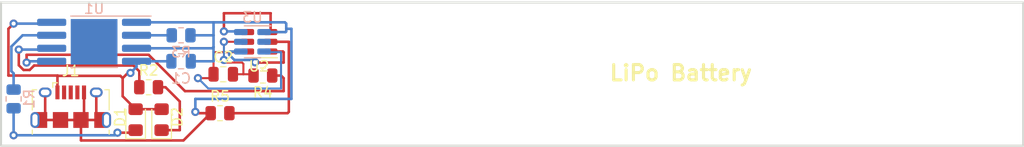
<source format=kicad_pcb>
(kicad_pcb (version 20211014) (generator pcbnew)
  (layers (0 "F.Cu" signal) (31 "B.Cu" signal) (34 "B.Paste" user) (35 "F.Paste" user) (36 "B.SilkS" user "B.Silkscreen") (37 "F.SilkS" user "F.Silkscreen") (38 "B.Mask" user) (39 "F.Mask" user) (44 "Edge.Cuts" user))
  (net 0 "")
  (net 1 "VBUS")
  (net 2 "GNDREF")
  (net 3 "BAT-")
  (net 4 "BAT+")
  (net 5 "Net-(D1-Pad1)")
  (net 6 "Net-(D2-Pad1)")
  (net 10 "Net-(R1-Pad1)")
  (net 11 "Net-(R2-Pad1)")
  (net 12 "Net-(R3-Pad1)")
  (net 13 "Net-(R4-Pad1)")
  (net 14 "Net-(R5-Pad2)")
  (net 15 "Net-(U3-Pad4)")
  (net 16 "Net-(U2-Pad3)")
  (footprint "Connector_USB:USB_Micro-B_Amphenol_10118194_Horizontal" (layer "F.Cu") (at 93.98 62.23)
    (fp_text reference "J1" (at 0 -3.5) (layer "F.SilkS"))
    (fp_text value "USB_B_Micro")
    (fp_line (start -3.76 0.32) (end -3.76 -1.66) (layer "F.SilkS") (width 0.12))
    (fp_line (start 3.76 0.32) (end 3.76 -1.66) (layer "F.SilkS") (width 0.12))
    (fp_line (start 3.76 -1.66) (end 3.34 -1.66) (layer "F.SilkS") (width 0.12))
    (fp_line (start -3.76 -1.66) (end -3.34 -1.66) (layer "F.SilkS") (width 0.12))
    (fp_line (start -3.76 2.69) (end -3.76 2.29) (layer "F.SilkS") (width 0.12))
    (fp_line (start -1.31 -2.34) (end -1.76 -2.34) (layer "F.SilkS") (width 0.12))
    (fp_line (start 3.76 2.29) (end 3.76 2.69) (layer "F.SilkS") (width 0.12))
    (fp_line (start -1.76 -1.89) (end -1.76 -2.34) (layer "F.SilkS") (width 0.12))
    (pad "1" smd rect locked (at -1.3 -1.4) (size 0.4 1.35) (layers "F.Cu" "F.Paste" "F.Mask") (net 1 "VBUS"))
    (pad "2" smd rect locked (at -0.65 -1.4) (size 0.4 1.35) (layers "F.Cu" "F.Paste" "F.Mask"))
    (pad "3" smd rect locked (at 0 -1.4) (size 0.4 1.35) (layers "F.Cu" "F.Paste" "F.Mask"))
    (pad "4" smd rect locked (at 0.65 -1.4) (size 0.4 1.35) (layers "F.Cu" "F.Paste" "F.Mask"))
    (pad "5" smd rect locked (at 1.3 -1.4) (size 0.4 1.35) (layers "F.Cu" "F.Paste" "F.Mask") (net 2 "GNDREF"))
    (pad "6" smd rect locked (at -1 1.3) (size 1.5 1.55) (layers "F.Cu" "F.Paste" "F.Mask") (net 2 "GNDREF"))
    (pad "6" smd rect locked (at 2.9 1.3) (size 1.2 1.55) (layers "F.Cu" "F.Paste" "F.Mask") (net 2 "GNDREF"))
    (pad "6" thru_hole oval locked (at -2.5 -1.4) (size 1.25 0.95) (drill oval 0.85 0.55) (layers *.Cu *.Mask) (net 2 "GNDREF"))
    (pad "6" smd rect locked (at -2.9 1.3) (size 1.2 1.55) (layers "F.Cu" "F.Paste" "F.Mask") (net 2 "GNDREF"))
    (pad "6" thru_hole oval locked (at 2.5 -1.4) (size 1.25 0.95) (drill oval 0.85 0.55) (layers *.Cu *.Mask) (net 2 "GNDREF"))
    (pad "6" smd rect locked (at 1 1.3) (size 1.5 1.55) (layers "F.Cu" "F.Paste" "F.Mask") (net 2 "GNDREF"))
    (pad "6" thru_hole oval locked (at -3.5 1.3) (size 0.89 1.55) (drill oval 0.5 1.15) (layers *.Cu *.Mask) (net 2 "GNDREF"))
    (pad "6" thru_hole oval locked (at 3.5 1.3) (size 0.89 1.55) (drill oval 0.5 1.15) (layers *.Cu *.Mask) (net 2 "GNDREF"))
  )
  (footprint "LED_SMD:LED_0805_2012Metric_Pad1.15x1.40mm_HandSolder" (layer "F.Cu") (at 102.87 63.5 90)
    (fp_text reference "D2" (at 0.254 1.524 90) (layer "F.SilkS"))
    (fp_text value "Green")
    (fp_line (start -1.86 0.96) (end 1 0.96) (layer "F.SilkS") (width 0.12))
    (fp_line (start 1 -0.96) (end -1.86 -0.96) (layer "F.SilkS") (width 0.12))
    (fp_line (start -1.86 -0.96) (end -1.86 0.96) (layer "F.SilkS") (width 0.12))
    (pad "1" smd roundrect locked (at -1.025 0 90) (size 1.15 1.4) (layers "F.Cu" "F.Paste" "F.Mask") (roundrect_rratio 0.217391) (net 6 "Net-(D2-Pad1)"))
    (pad "2" smd roundrect locked (at 1.025 0 90) (size 1.15 1.4) (layers "F.Cu" "F.Paste" "F.Mask") (roundrect_rratio 0.217391) (net 1 "VBUS"))
  )
  (footprint "Resistor_SMD:R_0805_2012Metric" (layer "F.Cu") (at 101.6 60.325)
    (fp_text reference "R2" (at 0 -1.65) (layer "F.SilkS"))
    (fp_text value "1k")
    (fp_line (start -0.227064 0.735) (end 0.227064 0.735) (layer "F.SilkS") (width 0.12))
    (fp_line (start -0.227064 -0.735) (end 0.227064 -0.735) (layer "F.SilkS") (width 0.12))
    (pad "1" smd roundrect locked (at -0.9125 0) (size 1.025 1.4) (layers "F.Cu" "F.Paste" "F.Mask") (roundrect_rratio 0.243902) (net 11 "Net-(R2-Pad1)"))
    (pad "2" smd roundrect locked (at 0.9125 0) (size 1.025 1.4) (layers "F.Cu" "F.Paste" "F.Mask") (roundrect_rratio 0.243902) (net 6 "Net-(D2-Pad1)"))
  )
  (footprint "Capacitor_SMD:C_0805_2012Metric" (layer "F.Cu") (at 108.9 59.055)
    (property "Reference" "C?")
    (property "Value" "C")
    (fp_text reference "C2" (at 0 -1.68) (layer "F.SilkS"))
    (fp_text value "0.1µ")
    (fp_line (start -0.261252 0.735) (end 0.261252 0.735) (layer "F.SilkS") (width 0.12))
    (fp_line (start -0.261252 -0.735) (end 0.261252 -0.735) (layer "F.SilkS") (width 0.12))
    (pad "1" smd roundrect locked (at -0.95 0) (size 1 1.45) (layers "F.Cu" "F.Paste" "F.Mask") (net 3 "BAT-"))
    (pad "2" smd roundrect locked (at 0.95 0) (size 1 1.45) (layers "F.Cu" "F.Paste" "F.Mask") (net 4 "BAT+"))
  )
  (footprint "LED_SMD:LED_0805_2012Metric_Pad1.15x1.40mm_HandSolder" (layer "F.Cu") (at 100.33 63.5 90)
    (property "Reference" "D?")
    (property "Value" "Red")
    (fp_text reference "D1" (at 0.254 -1.524 90) (layer "F.SilkS"))
    (fp_text value "Red")
    (fp_line (start -1.86 -0.96) (end -1.86 0.96) (layer "F.SilkS") (width 0.12))
    (fp_line (start 1 -0.96) (end -1.86 -0.96) (layer "F.SilkS") (width 0.12))
    (fp_line (start -1.86 0.96) (end 1 0.96) (layer "F.SilkS") (width 0.12))
    (pad "1" smd roundrect locked (at -1.025 0 90) (size 1.15 1.4) (layers "F.Cu" "F.Paste" "F.Mask") (roundrect_rratio 0.217391) (net 5 "Net-(D1-Pad1)"))
    (pad "2" smd roundrect locked (at 1.025 0 90) (size 1.15 1.4) (layers "F.Cu" "F.Paste" "F.Mask") (roundrect_rratio 0.217391) (net 1 "VBUS"))
  )
  (footprint "Resistor_SMD:R_0805_2012Metric" (layer "F.Cu") (at 108.585 62.865)
    (fp_text reference "R5" (at 0 -1.65) (layer "F.SilkS"))
    (fp_text value "2k")
    (fp_line (start -0.227064 -0.735) (end 0.227064 -0.735) (layer "F.SilkS") (width 0.12))
    (fp_line (start -0.227064 0.735) (end 0.227064 0.735) (layer "F.SilkS") (width 0.12))
    (pad "1" smd roundrect locked (at -0.9125 0) (size 1.025 1.4) (layers "F.Cu" "F.Paste" "F.Mask") (roundrect_rratio 0.243902) (net 2 "GNDREF"))
    (pad "2" smd roundrect locked (at 0.9125 0) (size 1.025 1.4) (layers "F.Cu" "F.Paste" "F.Mask") (roundrect_rratio 0.243902) (net 14 "Net-(R5-Pad2)"))
  )
  (footprint "Package_TO_SOT_SMD:SOT-23-6" (layer "F.Cu") (at 112.395 55.88 180)
    (property "Reference" "U?")
    (property "Value" "FS312F-G")
    (fp_text reference "U2" (at 0 -2.4) (layer "F.SilkS"))
    (fp_text value "FS312F-G")
    (fp_line (start 0 -1.56) (end -1.8 -1.56) (layer "F.SilkS") (width 0.12))
    (fp_line (start 0 1.56) (end -0.8 1.56) (layer "F.SilkS") (width 0.12))
    (fp_line (start 0 -1.56) (end 0.8 -1.56) (layer "F.SilkS") (width 0.12))
    (fp_line (start 0 1.56) (end 0.8 1.56) (layer "F.SilkS") (width 0.12))
    (pad "1" smd roundrect locked (at -1.1375 -0.95 180) (size 1.325 0.6) (layers "F.Cu" "F.Paste" "F.Mask") (net 15 "Net-(U3-Pad4)"))
    (pad "2" smd roundrect locked (at -1.1375 0 180) (size 1.325 0.6) (layers "F.Cu" "F.Paste" "F.Mask") (net 14 "Net-(R5-Pad2)"))
    (pad "3" smd roundrect locked (at -1.1375 0.95 180) (size 1.325 0.6) (layers "F.Cu" "F.Paste" "F.Mask") (net 16 "Net-(U2-Pad3)"))
    (pad "4" smd roundrect locked (at 1.1375 0.95 180) (size 1.325 0.6) (layers "F.Cu" "F.Paste" "F.Mask"))
    (pad "5" smd roundrect locked (at 1.1375 0 180) (size 1.325 0.6) (layers "F.Cu" "F.Paste" "F.Mask") (net 4 "BAT+"))
    (pad "6" smd roundrect locked (at 1.1375 -0.95 180) (size 1.325 0.6) (layers "F.Cu" "F.Paste" "F.Mask") (net 3 "BAT-"))
  )
  (footprint "Resistor_SMD:R_0805_2012Metric" (layer "F.Cu") (at 112.776 59.182 180)
    (fp_text reference "R4" (at 0 -1.65) (layer "F.SilkS"))
    (fp_text value "100")
    (fp_line (start -0.227064 -0.735) (end 0.227064 -0.735) (layer "F.SilkS") (width 0.12))
    (fp_line (start -0.227064 0.735) (end 0.227064 0.735) (layer "F.SilkS") (width 0.12))
    (pad "1" smd roundrect locked (at -0.9125 0 180) (size 1.025 1.4) (layers "F.Cu" "F.Paste" "F.Mask") (roundrect_rratio 0.243902) (net 13 "Net-(R4-Pad1)"))
    (pad "2" smd roundrect locked (at 0.9125 0 180) (size 1.025 1.4) (layers "F.Cu" "F.Paste" "F.Mask") (roundrect_rratio 0.243902) (net 4 "BAT+"))
  )
  (footprint "Resistor_SMD:R_0805_2012Metric" (layer "B.Cu") (at 104.775 55.245)
    (fp_text reference "R3" (at 0 1.65) (layer "B.SilkS") (effects (justify mirror)))
    (fp_text value "2k4")
    (fp_line (start -0.227064 -0.735) (end 0.227064 -0.735) (layer "B.SilkS") (width 0.12))
    (fp_line (start -0.227064 0.735) (end 0.227064 0.735) (layer "B.SilkS") (width 0.12))
    (pad "1" smd roundrect locked (at -0.9125 0) (size 1.025 1.4) (layers "B.Cu" "B.Paste" "B.Mask") (roundrect_rratio 0.243902) (net 12 "Net-(R3-Pad1)"))
    (pad "2" smd roundrect locked (at 0.9125 0) (size 1.025 1.4) (layers "B.Cu" "B.Paste" "B.Mask") (roundrect_rratio 0.243902) (net 2 "GNDREF"))
  )
  (footprint "Package_TO_SOT_SMD:SOT-23-6" (layer "B.Cu") (at 111.76 55.88 180)
    (property "Reference" "U?")
    (property "Value" "FS8205")
    (fp_text reference "U3" (at 0 2.4) (layer "B.SilkS") (effects (justify mirror)))
    (fp_text value "FS8205")
    (fp_line (start 0 -1.56) (end 0.8 -1.56) (layer "B.SilkS") (width 0.12))
    (fp_line (start 0 1.56) (end 0.8 1.56) (layer "B.SilkS") (width 0.12))
    (fp_line (start 0 1.56) (end -1.8 1.56) (layer "B.SilkS") (width 0.12))
    (fp_line (start 0 -1.56) (end -0.8 -1.56) (layer "B.SilkS") (width 0.12))
    (pad "1" smd roundrect locked (at -1.1375 0.95 180) (size 1.325 0.6) (layers "B.Cu" "B.Paste" "B.Mask") (net 2 "GNDREF"))
    (pad "2" smd roundrect locked (at -1.1375 0 180) (size 1.325 0.6) (layers "B.Cu" "B.Paste" "B.Mask"))
    (pad "3" smd roundrect locked (at -1.1375 -0.95 180) (size 1.325 0.6) (layers "B.Cu" "B.Paste" "B.Mask") (net 3 "BAT-"))
    (pad "4" smd roundrect locked (at 1.1375 -0.95 180) (size 1.325 0.6) (layers "B.Cu" "B.Paste" "B.Mask") (net 15 "Net-(U3-Pad4)"))
    (pad "5" smd roundrect locked (at 1.1375 0 180) (size 1.325 0.6) (layers "B.Cu" "B.Paste" "B.Mask"))
    (pad "6" smd roundrect locked (at 1.1375 0.95 180) (size 1.325 0.6) (layers "B.Cu" "B.Paste" "B.Mask") (net 16 "Net-(U2-Pad3)"))
  )
  (footprint "Capacitor_SMD:C_0805_2012Metric" (layer "B.Cu") (at 104.775 57.785)
    (property "Reference" "C?")
    (property "Value" "10µ")
    (fp_text reference "C1" (at 0 1.68) (layer "B.SilkS") (effects (justify mirror)))
    (fp_text value "10µ")
    (fp_line (start -0.261252 0.735) (end 0.261252 0.735) (layer "B.SilkS") (width 0.12))
    (fp_line (start -0.261252 -0.735) (end 0.261252 -0.735) (layer "B.SilkS") (width 0.12))
    (pad "1" smd roundrect locked (at -0.95 0) (size 1 1.45) (layers "B.Cu" "B.Paste" "B.Mask") (net 1 "VBUS"))
    (pad "2" smd roundrect locked (at 0.95 0) (size 1 1.45) (layers "B.Cu" "B.Paste" "B.Mask") (net 2 "GNDREF"))
  )
  (footprint "Package_SO:SOP-8-1EP_4.57x4.57mm_P1.27mm_EP4.57x4.45mm" (layer "B.Cu") (at 96.266 55.88 180)
    (property "Reference" "U?")
    (property "Value" "TP4056")
    (fp_text reference "U1" (at 0 3.24) (layer "B.SilkS") (effects (justify mirror)))
    (fp_text value "TP4056")
    (fp_line (start 0 -2.515) (end 2.285 -2.515) (layer "B.SilkS") (width 0.12))
    (fp_line (start 0 2.515) (end -5.575 2.515) (layer "B.SilkS") (width 0.12))
    (fp_line (start 0 2.515) (end 2.285 2.515) (layer "B.SilkS") (width 0.12))
    (fp_line (start 0 -2.515) (end -2.285 -2.515) (layer "B.SilkS") (width 0.12))
    (pad "1" smd roundrect locked (at -4.15 1.905 180) (size 2.85 0.7) (layers "B.Cu" "B.Paste" "B.Mask") (net 2 "GNDREF"))
    (pad "2" smd roundrect locked (at -4.15 0.635 180) (size 2.85 0.7) (layers "B.Cu" "B.Paste" "B.Mask") (net 12 "Net-(R3-Pad1)"))
    (pad "3" smd roundrect locked (at -4.15 -0.635 180) (size 2.85 0.7) (layers "B.Cu" "B.Paste" "B.Mask") (net 2 "GNDREF"))
    (pad "4" smd roundrect locked (at -4.15 -1.905 180) (size 2.85 0.7) (layers "B.Cu" "B.Paste" "B.Mask") (net 1 "VBUS"))
    (pad "5" smd roundrect locked (at 4.15 -1.905 180) (size 2.85 0.7) (layers "B.Cu" "B.Paste" "B.Mask") (net 13 "Net-(R4-Pad1)"))
    (pad "6" smd roundrect locked (at 4.15 -0.635 180) (size 2.85 0.7) (layers "B.Cu" "B.Paste" "B.Mask") (net 11 "Net-(R2-Pad1)"))
    (pad "7" smd roundrect locked (at 4.15 0.635 180) (size 2.85 0.7) (layers "B.Cu" "B.Paste" "B.Mask") (net 10 "Net-(R1-Pad1)"))
    (pad "8" smd roundrect locked (at 4.15 1.905 180) (size 2.85 0.7) (layers "B.Cu" "B.Paste" "B.Mask") (net 1 "VBUS"))
    (pad "9" smd rect locked (at 0 0 180) (size 4.57 4.45) (layers "B.Cu" "B.Mask"))
  )
  (footprint "Resistor_SMD:R_0805_2012Metric" (layer "B.Cu") (at 88.392 61.468 -90)
    (property "Reference" "R?")
    (property "Value" "1k")
    (fp_text reference "R1" (at 0 -1.524 90) (layer "B.SilkS") (effects (justify mirror)))
    (fp_text value "1k")
    (fp_line (start -0.227064 -0.735) (end 0.227064 -0.735) (layer "B.SilkS") (width 0.12))
    (fp_line (start -0.227064 0.735) (end 0.227064 0.735) (layer "B.SilkS") (width 0.12))
    (pad "1" smd roundrect locked (at -0.9125 0 270) (size 1.025 1.4) (layers "B.Cu" "B.Paste" "B.Mask") (roundrect_rratio 0.243902) (net 10 "Net-(R1-Pad1)"))
    (pad "2" smd roundrect locked (at 0.9125 0 270) (size 1.025 1.4) (layers "B.Cu" "B.Paste" "B.Mask") (roundrect_rratio 0.243902) (net 5 "Net-(D1-Pad1)"))
  )
  (gr_rect (start 87.159998 52.040003) (end 187.160002 66.04) (layer "Edge.Cuts") (width 0.2) (fill none))
  (gr_text "LiPo Battery" (at 153.67 58.928) (layer "F.SilkS") (effects (font (size 1.5 1.5) (thickness 0.3))))
  (segment (start 99.06 59.436) (end 99.568 58.928) (width 0.25) (layer "F.Cu") (net 1))
  (segment (start 99.06 59.436) (end 98.836 59.212) (width 0.25) (layer "F.Cu") (net 1))
  (segment (start 100.33 62.475) (end 99.06 61.205) (width 0.25) (layer "F.Cu") (net 1))
  (segment (start 99.06 61.205) (end 99.06 59.436) (width 0.25) (layer "F.Cu") (net 1))
  (segment (start 100.33 62.475) (end 102.87 62.475) (width 0.25) (layer "F.Cu") (net 1))
  (segment (start 92.68 60.83) (end 92.68 59.212) (width 0.25) (layer "F.Cu") (net 1))
  (segment (start 87.884 54.61) (end 88.392 54.102) (width 0.25) (layer "F.Cu") (net 1))
  (segment (start 92.68 59.212) (end 92.71 59.182) (width 0.25) (layer "F.Cu") (net 1))
  (segment (start 99.568 58.928) (end 99.822 58.928) (width 0.25) (layer "F.Cu") (net 1))
  (segment (start 92.71 59.182) (end 87.884 59.182) (width 0.25) (layer "F.Cu") (net 1))
  (segment (start 98.836 59.212) (end 92.68 59.212) (width 0.25) (layer "F.Cu") (net 1))
  (segment (start 87.884 59.182) (end 87.884 54.61) (width 0.25) (layer "F.Cu") (net 1))
  (via (at 88.392 54.102) (size 0.8) (drill 0.4) (layers "F.Cu" "B.Cu") (net 1))
  (via (at 99.822 58.928) (size 0.8) (drill 0.4) (layers "F.Cu" "B.Cu") (net 1))
  (segment (start 88.392 54.102) (end 91.989 54.102) (width 0.25) (layer "B.Cu") (net 1))
  (segment (start 100.416 57.785) (end 103.825 57.785) (width 0.25) (layer "B.Cu") (net 1))
  (segment (start 91.989 54.102) (end 92.116 53.975) (width 0.25) (layer "B.Cu") (net 1))
  (segment (start 100.416 58.334) (end 99.822 58.928) (width 0.25) (layer "B.Cu") (net 1))
  (segment (start 100.416 57.785) (end 100.416 58.334) (width 0.25) (layer "B.Cu") (net 1))
  (segment (start 91.08 63.53) (end 96.88 63.53) (width 0.25) (layer "F.Cu") (net 2))
  (segment (start 91.48 63.13) (end 91.08 63.53) (width 0.25) (layer "F.Cu") (net 2))
  (segment (start 107.6725 62.865) (end 106.299 62.865) (width 0.25) (layer "F.Cu") (net 2))
  (segment (start 95.28 63.23) (end 94.98 63.53) (width 0.25) (layer "F.Cu") (net 2))
  (segment (start 106.299 62.865) (end 106.172 62.738) (width 0.25) (layer "F.Cu") (net 2))
  (segment (start 96.48 63.13) (end 96.88 63.53) (width 0.25) (layer "F.Cu") (net 2))
  (segment (start 91.48 60.83) (end 91.48 63.13) (width 0.25) (layer "F.Cu") (net 2))
  (segment (start 94.98 65.516) (end 94.98 63.53) (width 0.25) (layer "F.Cu") (net 2))
  (segment (start 94.996 65.532) (end 94.98 65.516) (width 0.25) (layer "F.Cu") (net 2))
  (segment (start 96.48 60.83) (end 96.48 63.13) (width 0.25) (layer "F.Cu") (net 2))
  (segment (start 107.6725 62.865) (end 105.0055 65.532) (width 0.25) (layer "F.Cu") (net 2))
  (segment (start 95.28 60.83) (end 95.28 63.23) (width 0.25) (layer "F.Cu") (net 2))
  (segment (start 105.0055 65.532) (end 94.996 65.532) (width 0.25) (layer "F.Cu") (net 2))
  (via (at 106.172 62.738) (size 0.8) (drill 0.4) (layers "F.Cu" "B.Cu") (net 2))
  (segment (start 107.95 53.975) (end 114.935 53.975) (width 0.25) (layer "B.Cu") (net 2))
  (segment (start 107.95 56.388) (end 107.95 55.245) (width 0.25) (layer "B.Cu") (net 2))
  (segment (start 115.062 54.61) (end 115.062 54.864) (width 0.25) (layer "B.Cu") (net 2))
  (segment (start 105.725 57.785) (end 107.95 57.785) (width 0.25) (layer "B.Cu") (net 2))
  (segment (start 105.6875 55.245) (end 107.95 55.245) (width 0.25) (layer "B.Cu") (net 2))
  (segment (start 106.172 62.738) (end 106.172 61.468) (width 0.25) (layer "B.Cu") (net 2))
  (segment (start 115.57 54.61) (end 115.062 54.61) (width 0.25) (layer "B.Cu") (net 2))
  (segment (start 115.57 61.468) (end 115.57 54.61) (width 0.25) (layer "B.Cu") (net 2))
  (segment (start 107.823 56.515) (end 107.95 56.388) (width 0.25) (layer "B.Cu") (net 2))
  (segment (start 107.95 55.245) (end 107.95 53.975) (width 0.25) (layer "B.Cu") (net 2))
  (segment (start 100.416 56.515) (end 107.823 56.515) (width 0.25) (layer "B.Cu") (net 2))
  (segment (start 107.95 57.785) (end 107.95 56.388) (width 0.25) (layer "B.Cu") (net 2))
  (segment (start 106.172 61.468) (end 115.57 61.468) (width 0.25) (layer "B.Cu") (net 2))
  (segment (start 115.062 54.102) (end 115.062 54.61) (width 0.25) (layer "B.Cu") (net 2))
  (segment (start 107.95 53.975) (end 100.416 53.975) (width 0.25) (layer "B.Cu") (net 2))
  (segment (start 114.996 54.93) (end 112.8975 54.93) (width 0.25) (layer "B.Cu") (net 2))
  (segment (start 115.062 54.864) (end 114.996 54.93) (width 0.25) (layer "B.Cu") (net 2))
  (segment (start 114.935 53.975) (end 115.062 54.102) (width 0.25) (layer "B.Cu") (net 2))
  (segment (start 107.95 56.896) (end 107.95 59.055) (width 0.2) (layer "F.Cu") (net 3))
  (segment (start 111.2575 56.83) (end 111.1915 56.896) (width 0.2) (layer "F.Cu") (net 3))
  (segment (start 107.569 59.436) (end 107.95 59.055) (width 0.2) (layer "F.Cu") (net 3))
  (segment (start 106.426 59.436) (end 107.569 59.436) (width 0.2) (layer "F.Cu") (net 3))
  (segment (start 111.1915 56.896) (end 107.95 56.896) (width 0.2) (layer "F.Cu") (net 3))
  (via (at 106.426 59.436) (size 0.8) (drill 0.4) (layers "F.Cu" "B.Cu") (net 3))
  (segment (start 114.554 60.452) (end 107.442 60.452) (width 0.2) (layer "B.Cu") (net 3))
  (segment (start 107.442 60.452) (end 106.426 59.436) (width 0.2) (layer "B.Cu") (net 3))
  (segment (start 114.554 56.896) (end 114.554 60.452) (width 0.2) (layer "B.Cu") (net 3))
  (segment (start 112.9635 56.896) (end 114.554 56.896) (width 0.2) (layer "B.Cu") (net 3))
  (segment (start 112.8975 56.83) (end 112.9635 56.896) (width 0.2) (layer "B.Cu") (net 3))
  (segment (start 110.871 59.055) (end 111.7365 59.055) (width 0.2) (layer "F.Cu") (net 4))
  (segment (start 111.2575 55.88) (end 108.966 55.88) (width 0.2) (layer "F.Cu") (net 4))
  (segment (start 108.966 57.658) (end 109.22 57.912) (width 0.2) (layer "F.Cu") (net 4))
  (segment (start 109.22 57.912) (end 110.744 57.912) (width 0.2) (layer "F.Cu") (net 4))
  (segment (start 111.7365 59.055) (end 111.8635 59.182) (width 0.2) (layer "F.Cu") (net 4))
  (segment (start 110.871 58.039) (end 110.871 59.055) (width 0.2) (layer "F.Cu") (net 4))
  (segment (start 109.85 59.055) (end 110.871 59.055) (width 0.2) (layer "F.Cu") (net 4))
  (segment (start 110.744 57.912) (end 110.871 58.039) (width 0.2) (layer "F.Cu") (net 4))
  (via (at 108.966 55.88) (size 0.8) (drill 0.4) (layers "F.Cu" "B.Cu") (net 4))
  (via (at 108.966 57.658) (size 0.8) (drill 0.4) (layers "F.Cu" "B.Cu") (net 4))
  (segment (start 108.966 55.88) (end 108.966 57.658) (width 0.2) (layer "B.Cu") (net 4))
  (segment (start 98.552 64.77) (end 100.085 64.77) (width 0.25) (layer "F.Cu") (net 5))
  (segment (start 100.085 64.77) (end 100.33 64.525) (width 0.25) (layer "F.Cu") (net 5))
  (via (at 88.392 65.024) (size 0.8) (drill 0.4) (layers "F.Cu" "B.Cu") (net 5))
  (via (at 98.552 64.77) (size 0.8) (drill 0.4) (layers "F.Cu" "B.Cu") (net 5))
  (segment (start 88.392 65.024) (end 98.298 65.024) (width 0.25) (layer "B.Cu") (net 5))
  (segment (start 98.298 65.024) (end 98.552 64.77) (width 0.25) (layer "B.Cu") (net 5))
  (segment (start 88.392 62.380495) (end 88.392 65.024) (width 0.25) (layer "B.Cu") (net 5))
  (segment (start 102.5125 60.325) (end 103.251 60.325) (width 0.25) (layer "F.Cu") (net 6))
  (segment (start 103.251 60.325) (end 104.648 61.722) (width 0.25) (layer "F.Cu") (net 6))
  (segment (start 104.648 61.722) (end 104.648 64.516) (width 0.25) (layer "F.Cu") (net 6))
  (segment (start 104.648 64.516) (end 104.639 64.525) (width 0.25) (layer "F.Cu") (net 6))
  (segment (start 104.639 64.525) (end 102.87 64.525) (width 0.25) (layer "F.Cu") (net 6))
  (segment (start 88.175489 56.341897) (end 89.272386 55.245) (width 0.25) (layer "B.Cu") (net 10))
  (segment (start 88.392 58.969) (end 88.175489 58.752489) (width 0.25) (layer "B.Cu") (net 10))
  (segment (start 88.392 60.5555) (end 88.392 58.969) (width 0.25) (layer "B.Cu") (net 10))
  (segment (start 89.272386 55.245) (end 92.116 55.245) (width 0.25) (layer "B.Cu") (net 10))
  (segment (start 88.175489 58.752489) (end 88.175489 56.341897) (width 0.25) (layer "B.Cu") (net 10))
  (segment (start 100.6875 58.768886) (end 100.122103 58.203489) (width 0.25) (layer "F.Cu") (net 11))
  (segment (start 88.9 58.174614) (end 88.9 56.642) (width 0.25) (layer "F.Cu") (net 11))
  (segment (start 100.122103 58.203489) (end 90.395125 58.203489) (width 0.25) (layer "F.Cu") (net 11))
  (segment (start 89.361897 58.636511) (end 88.9 58.174614) (width 0.25) (layer "F.Cu") (net 11))
  (segment (start 89.962103 58.636511) (end 89.361897 58.636511) (width 0.25) (layer "F.Cu") (net 11))
  (segment (start 100.6875 60.325) (end 100.6875 58.768886) (width 0.25) (layer "F.Cu") (net 11))
  (segment (start 90.395125 58.203489) (end 89.962103 58.636511) (width 0.25) (layer "F.Cu") (net 11))
  (via (at 88.9 56.642) (size 0.8) (drill 0.4) (layers "F.Cu" "B.Cu") (net 11))
  (segment (start 91.989 56.642) (end 92.116 56.515) (width 0.25) (layer "B.Cu") (net 11))
  (segment (start 88.9 56.642) (end 91.989 56.642) (width 0.25) (layer "B.Cu") (net 11))
  (segment (start 100.416 55.245) (end 103.8625 55.245) (width 0.25) (layer "B.Cu") (net 12))
  (segment (start 105.156 60.706) (end 101.6 57.15) (width 0.25) (layer "F.Cu") (net 13))
  (segment (start 114.554 59.182) (end 114.808 59.436) (width 0.25) (layer "F.Cu") (net 13))
  (segment (start 101.6 57.15) (end 89.662 57.15) (width 0.25) (layer "F.Cu") (net 13))
  (segment (start 114.808 60.706) (end 105.156 60.706) (width 0.25) (layer "F.Cu") (net 13))
  (segment (start 113.6885 59.182) (end 114.554 59.182) (width 0.25) (layer "F.Cu") (net 13))
  (segment (start 114.808 59.436) (end 114.808 60.706) (width 0.25) (layer "F.Cu") (net 13))
  (segment (start 89.662 57.15) (end 89.662 57.912) (width 0.25) (layer "F.Cu") (net 13))
  (via (at 89.662 57.912) (size 0.8) (drill 0.4) (layers "F.Cu" "B.Cu") (net 13))
  (segment (start 89.789 57.785) (end 92.116 57.785) (width 0.25) (layer "B.Cu") (net 13))
  (segment (start 89.662 57.912) (end 89.789 57.785) (width 0.25) (layer "B.Cu") (net 13))
  (segment (start 115.189 62.865) (end 115.316 62.738) (width 0.25) (layer "F.Cu") (net 14))
  (segment (start 115.316 62.738) (end 115.316 55.88) (width 0.25) (layer "F.Cu") (net 14))
  (segment (start 109.4975 62.865) (end 115.189 62.865) (width 0.25) (layer "F.Cu") (net 14))
  (segment (start 115.316 55.88) (end 113.5325 55.88) (width 0.25) (layer "F.Cu") (net 14))
  (segment (start 114.808 56.896) (end 114.808 57.912) (width 0.25) (layer "F.Cu") (net 15))
  (segment (start 114.742 56.83) (end 114.808 56.896) (width 0.25) (layer "F.Cu") (net 15))
  (segment (start 114.808 57.912) (end 112.0435 57.912) (width 0.25) (layer "F.Cu") (net 15))
  (segment (start 112.0435 57.912) (end 112.014 57.8825) (width 0.25) (layer "F.Cu") (net 15))
  (segment (start 113.5325 56.83) (end 114.742 56.83) (width 0.25) (layer "F.Cu") (net 15))
  (via (at 112.014 57.8825) (size 0.8) (drill 0.4) (layers "F.Cu" "B.Cu") (net 15))
  (segment (start 109.982 57.649386) (end 109.474 57.141386) (width 0.25) (layer "B.Cu") (net 15))
  (segment (start 109.474 57.141386) (end 109.474 56.896) (width 0.25) (layer "B.Cu") (net 15))
  (segment (start 109.982 57.658) (end 109.982 57.649386) (width 0.25) (layer "B.Cu") (net 15))
  (segment (start 111.7895 57.658) (end 109.982 57.658) (width 0.25) (layer "B.Cu") (net 15))
  (segment (start 112.014 57.8825) (end 111.7895 57.658) (width 0.25) (layer "B.Cu") (net 15))
  (segment (start 109.474 56.896) (end 109.54 56.83) (width 0.25) (layer "B.Cu") (net 15))
  (segment (start 109.54 56.83) (end 110.6225 56.83) (width 0.25) (layer "B.Cu") (net 15))
  (segment (start 113.538 53.086) (end 108.966 53.086) (width 0.25) (layer "F.Cu") (net 16))
  (segment (start 113.5325 54.93) (end 113.5325 53.0915) (width 0.25) (layer "F.Cu") (net 16))
  (segment (start 108.966 53.086) (end 108.966 54.864) (width 0.25) (layer "F.Cu") (net 16))
  (segment (start 113.5325 53.0915) (end 113.538 53.086) (width 0.25) (layer "F.Cu") (net 16))
  (via (at 108.966 54.864) (size 0.8) (drill 0.4) (layers "F.Cu" "B.Cu") (net 16))
  (segment (start 110.5565 54.864) (end 110.6225 54.93) (width 0.25) (layer "B.Cu") (net 16))
  (segment (start 108.966 54.864) (end 110.5565 54.864) (width 0.25) (layer "B.Cu") (net 16))
)
</source>
